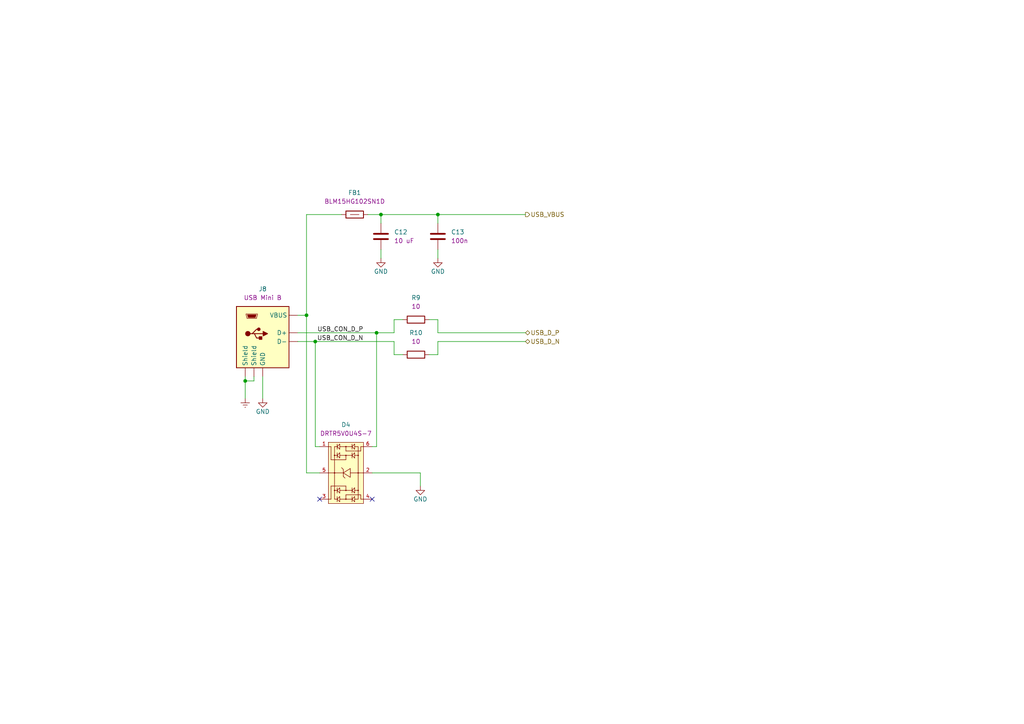
<source format=kicad_sch>
(kicad_sch (version 20211123) (generator eeschema)
  (paper "A4")
  (title_block (title "Gear Display Board") (date "2022-08-13") (rev "1.0") (company "Kallio Designs Oy") (comment 1 "Teemu Latonen") (comment 2 "000064") (comment 3 "000065"))
  (lib_symbols
    (symbol "KD_Capacitor:C_0603_100n_X7R_100V" (pin_numbers hide) (pin_names hide)
      (property "Reference" "C" (at 2.54 1.27 0))
      (property "Code" "100n" (at 2.54 -1.27 0))
      (symbol "C_0603_100n_X7R_100V_0_1"
        (polyline (pts (xy -2.032 -0.762) (xy 2.032 -0.762)) (stroke (width 0.508)))
        (polyline (pts (xy -2.032 0.762) (xy 2.032 0.762)) (stroke (width 0.508)))
      )
      (symbol "C_0603_100n_X7R_100V_1_1"
        (pin passive line (at 0 3.81 270) (length 2.794) (name "~") (number "1"))
        (pin passive line (at 0 -3.81 90) (length 2.794) (name "~") (number "2"))
      )
    )
    (symbol "KD_Capacitor:C_1206_10u_50V" (pin_numbers hide) (pin_names hide)
      (property "Reference" "C" (at 2.54 1.27 0))
      (property "Code" "10 uF" (at 2.54 -1.27 0))
      (symbol "C_1206_10u_50V_0_1"
        (polyline (pts (xy -2.032 -0.762) (xy 2.032 -0.762)) (stroke (width 0.508)))
        (polyline (pts (xy -2.032 0.762) (xy 2.032 0.762)) (stroke (width 0.508)))
      )
      (symbol "C_1206_10u_50V_1_1"
        (pin passive line (at 0 3.81 270) (length 2.794) (name "~") (number "1"))
        (pin passive line (at 0 -3.81 90) (length 2.794) (name "~") (number "2"))
      )
    )
    (symbol "KD_Connector_USB_HDMI_Etc:USB_B_V_Adam_USB-B-S-VT" (pin_numbers hide)
      (property "Reference" "J" (at -7.747 11.176 0))
      (property "Code" "USB Mini B" (at -7.874 9.017 0))
      (symbol "USB_B_V_Adam_USB-B-S-VT_0_1"
        (rectangle (start -7.62 7.62) (end 7.62 -10.16) (stroke (width 0.254)) (fill (type background)))
        (circle (center -4.318 -0.254) (radius 0.635) (stroke (width 0.254)) (fill (type outline)))
        (circle (center -1.143 1.016) (radius 0.381) (stroke (width 0.254)) (fill (type outline)))
        (rectangle (start -0.254 -1.143) (end -1.016 -1.905) (stroke (width 0.254)) (fill (type outline)))
        (polyline (pts (xy -2.413 -0.254) (xy 0.127 -0.254)) (stroke (width 0.254)))
        (polyline (pts (xy -3.683 -0.254) (xy -3.048 -0.254) (xy -1.778 1.016) (xy -1.143 1.016)) (stroke (width 0.254)))
        (polyline (pts (xy -3.048 -0.254) (xy -2.413 -0.254) (xy -1.778 -1.524) (xy -0.508 -1.524)) (stroke (width 0.254)))
        (polyline (pts (xy 0.127 0.381) (xy 0.127 -0.889) (xy 1.397 -0.254) (xy 0.127 0.381)) (stroke (width 0.254)) (fill (type outline)))
        (polyline (pts (xy -4.445 5.207) (xy -1.905 5.207) (xy -2.159 4.445) (xy -4.191 4.445) (xy -4.445 5.207)) (fill (type outline)))
        (polyline (pts (xy -4.826 5.461) (xy -4.826 5.207) (xy -4.572 4.445) (xy -4.572 4.191) (xy -1.778 4.191) (xy -1.778 4.445) (xy -1.524 5.207) (xy -1.524 5.461) (xy -4.826 5.461)))
      )
      (symbol "USB_B_V_Adam_USB-B-S-VT_1_1"
        (pin power_out line (at 10.16 5.08 180) (length 2.54) (name "VBUS") (number "1"))
        (pin bidirectional line (at 10.16 -2.54 180) (length 2.54) (name "D-") (number "2"))
        (pin bidirectional line (at 10.16 0 180) (length 2.54) (name "D+") (number "3"))
        (pin passive line (at 0 -12.7 90) (length 2.54) (name "GND") (number "4"))
        (pin passive line (at -5.08 -12.7 90) (length 2.54) (name "Shield") (number "H1"))
        (pin passive line (at -2.54 -12.7 90) (length 2.54) (name "Shield") (number "H2"))
      )
    )
    (symbol "KD_Diode:TVS_5V5_DRTR5V0U4S-7-M" (pin_names hide)
      (property "Reference" "D" (at 0 10.16 0))
      (property "Code" "DRTR5V0U4S-7" (at 0 -10.16 0))
      (symbol "TVS_5V5_DRTR5V0U4S-7-M_0_1"
        (rectangle (start -5.08 8.89) (end 5.08 -8.89) (fill (type background)))
      )
      (symbol "TVS_5V5_DRTR5V0U4S-7-M_1_0"
        (polyline (pts (xy -5.08 -7.62) (xy -4.318 -7.62)))
        (polyline (pts (xy -5.08 0) (xy -3.302 0)))
        (polyline (pts (xy -5.08 7.62) (xy -4.318 7.62)))
        (polyline (pts (xy -4.318 -7.62) (xy -4.318 -3.81)))
        (polyline (pts (xy -4.318 -3.81) (xy 0 -3.81)))
        (polyline (pts (xy -4.318 3.81) (xy 0 3.81)))
        (polyline (pts (xy -4.318 7.62) (xy -4.318 3.81)))
        (polyline (pts (xy -3.302 -7.62) (xy -2.54 -7.62)))
        (polyline (pts (xy -3.302 -5.08) (xy -3.302 -7.62)))
        (polyline (pts (xy -3.302 0) (xy -3.302 -5.08)))
        (polyline (pts (xy -3.302 0) (xy -3.302 5.08)))
        (polyline (pts (xy -3.302 0) (xy -0.762 0)))
        (polyline (pts (xy -3.302 5.08) (xy -3.302 7.62)))
        (polyline (pts (xy -3.302 7.62) (xy -2.54 7.62)))
        (polyline (pts (xy -2.54 -7.62) (xy -2.54 -8.382)))
        (polyline (pts (xy -2.54 -7.62) (xy -1.778 -8.382)))
        (polyline (pts (xy -2.54 -6.858) (xy -2.54 -7.62)))
        (polyline (pts (xy -2.54 -5.08) (xy -3.302 -5.08)))
        (polyline (pts (xy -2.54 -5.08) (xy -2.54 -5.842)))
        (polyline (pts (xy -2.54 -5.08) (xy -1.778 -5.842)))
        (polyline (pts (xy -2.54 -4.318) (xy -2.54 -5.08)))
        (polyline (pts (xy -2.54 4.318) (xy -2.54 5.08)))
        (polyline (pts (xy -2.54 5.08) (xy -3.302 5.08)))
        (polyline (pts (xy -2.54 5.08) (xy -2.54 5.842)))
        (polyline (pts (xy -2.54 5.08) (xy -1.778 5.842)))
        (polyline (pts (xy -2.54 6.858) (xy -2.54 7.62)))
        (polyline (pts (xy -2.54 7.62) (xy -2.54 8.382)))
        (polyline (pts (xy -2.54 7.62) (xy -1.778 8.382)))
        (polyline (pts (xy -1.778 -8.382) (xy -1.778 -7.62)))
        (polyline (pts (xy -1.778 -7.62) (xy -1.778 -6.858)))
        (polyline (pts (xy -1.778 -6.858) (xy -2.54 -7.62)))
        (polyline (pts (xy -1.778 -5.842) (xy -1.778 -5.08)))
        (polyline (pts (xy -1.778 -5.08) (xy -1.778 -4.318)))
        (polyline (pts (xy -1.778 -5.08) (xy 1.778 -5.08)))
        (polyline (pts (xy -1.778 -4.318) (xy -2.54 -5.08)))
        (polyline (pts (xy -1.778 4.318) (xy -2.54 5.08)))
        (polyline (pts (xy -1.778 5.08) (xy -1.778 4.318)))
        (polyline (pts (xy -1.778 5.08) (xy 1.778 5.08)))
        (polyline (pts (xy -1.778 5.842) (xy -1.778 5.08)))
        (polyline (pts (xy -1.778 6.858) (xy -2.54 7.62)))
        (polyline (pts (xy -1.778 7.62) (xy -1.778 6.858)))
        (polyline (pts (xy -1.778 8.382) (xy -1.778 7.62)))
        (polyline (pts (xy -0.762 -1.016) (xy -0.254 -1.524)))
        (polyline (pts (xy -0.762 0) (xy -0.762 -1.016)))
        (polyline (pts (xy -0.762 0) (xy -0.762 1.016)))
        (polyline (pts (xy -0.762 0) (xy 1.27 -1.27)))
        (polyline (pts (xy -0.762 1.016) (xy -1.27 1.524)))
        (polyline (pts (xy 0 -7.62) (xy 0 -6.35)))
        (polyline (pts (xy 0 -6.35) (xy 4.318 -6.35)))
        (polyline (pts (xy 0 -3.81) (xy 0 -5.08)))
        (polyline (pts (xy 0 3.81) (xy 0 5.08)))
        (polyline (pts (xy 0 6.35) (xy 4.318 6.35)))
        (polyline (pts (xy 0 7.62) (xy 0 6.35)))
        (polyline (pts (xy 1.27 -1.27) (xy 1.27 0)))
        (polyline (pts (xy 1.27 0) (xy 1.27 1.27)))
        (polyline (pts (xy 1.27 0) (xy 3.556 0)))
        (polyline (pts (xy 1.27 1.27) (xy -0.762 0)))
        (polyline (pts (xy 1.778 -7.62) (xy -1.778 -7.62)))
        (polyline (pts (xy 1.778 -7.62) (xy 1.778 -8.382)))
        (polyline (pts (xy 1.778 -7.62) (xy 2.54 -8.382)))
        (polyline (pts (xy 1.778 -6.858) (xy 1.778 -7.62)))
        (polyline (pts (xy 1.778 -5.08) (xy 1.778 -5.842)))
        (polyline (pts (xy 1.778 -5.08) (xy 2.54 -5.842)))
        (polyline (pts (xy 1.778 -4.318) (xy 1.778 -5.08)))
        (polyline (pts (xy 1.778 4.318) (xy 1.778 5.08)))
        (polyline (pts (xy 1.778 5.08) (xy 1.778 5.842)))
        (polyline (pts (xy 1.778 5.08) (xy 2.54 5.842)))
        (polyline (pts (xy 1.778 6.858) (xy 1.778 7.62)))
        (polyline (pts (xy 1.778 7.62) (xy -1.778 7.62)))
        (polyline (pts (xy 1.778 7.62) (xy 1.778 8.382)))
        (polyline (pts (xy 1.778 7.62) (xy 2.54 8.382)))
        (polyline (pts (xy 2.54 -8.382) (xy 2.54 -7.62)))
        (polyline (pts (xy 2.54 -7.62) (xy 2.54 -6.858)))
        (polyline (pts (xy 2.54 -7.62) (xy 3.556 -7.62)))
        (polyline (pts (xy 2.54 -6.858) (xy 1.778 -7.62)))
        (polyline (pts (xy 2.54 -5.842) (xy 2.54 -5.08)))
        (polyline (pts (xy 2.54 -5.08) (xy 2.54 -4.318)))
        (polyline (pts (xy 2.54 -5.08) (xy 3.556 -5.08)))
        (polyline (pts (xy 2.54 -4.318) (xy 1.778 -5.08)))
        (polyline (pts (xy 2.54 4.318) (xy 1.778 5.08)))
        (polyline (pts (xy 2.54 5.08) (xy 2.54 4.318)))
        (polyline (pts (xy 2.54 5.08) (xy 3.556 5.08)))
        (polyline (pts (xy 2.54 5.842) (xy 2.54 5.08)))
        (polyline (pts (xy 2.54 6.858) (xy 1.778 7.62)))
        (polyline (pts (xy 2.54 7.62) (xy 2.54 6.858)))
        (polyline (pts (xy 2.54 7.62) (xy 3.556 7.62)))
        (polyline (pts (xy 2.54 8.382) (xy 2.54 7.62)))
        (polyline (pts (xy 3.556 -7.62) (xy 3.556 -5.08)))
        (polyline (pts (xy 3.556 -5.08) (xy 3.556 0)))
        (polyline (pts (xy 3.556 0) (xy 5.08 0)))
        (polyline (pts (xy 3.556 5.08) (xy 3.556 0)))
        (polyline (pts (xy 3.556 7.62) (xy 3.556 5.08)))
        (polyline (pts (xy 4.318 -7.62) (xy 5.08 -7.62)))
        (polyline (pts (xy 4.318 -6.35) (xy 4.318 -7.62)))
        (polyline (pts (xy 4.318 6.35) (xy 4.318 7.62)))
        (polyline (pts (xy 4.318 7.62) (xy 5.08 7.62)))
      )
      (symbol "TVS_5V5_DRTR5V0U4S-7-M_1_1"
        (circle (center -3.302 -5.08) (radius 0.127) (fill (type outline)))
        (circle (center -3.302 0) (radius 0.127) (fill (type outline)))
        (circle (center -3.302 5.08) (radius 0.127) (fill (type outline)))
        (circle (center 0 -7.62) (radius 0.127) (fill (type outline)))
        (circle (center 0 -5.08) (radius 0.127) (fill (type outline)))
        (circle (center 0 5.08) (radius 0.127) (fill (type outline)))
        (circle (center 0 7.62) (radius 0.127) (fill (type outline)))
        (circle (center 3.556 -5.08) (radius 0.127) (fill (type outline)))
        (circle (center 3.556 0) (radius 0.127) (fill (type outline)))
        (circle (center 3.556 5.08) (radius 0.127) (fill (type outline)))
        (pin input line (at -7.62 7.62 0) (length 2.54) (name "1") (number "1"))
        (pin input line (at 7.62 0 180) (length 2.54) (name "V-") (number "2"))
        (pin input line (at -7.62 -7.62 0) (length 2.54) (name "3") (number "3"))
        (pin input line (at 7.62 -7.62 180) (length 2.54) (name "4") (number "4"))
        (pin input line (at -7.62 0 0) (length 2.54) (name "V+") (number "5"))
        (pin input line (at 7.62 7.62 180) (length 2.54) (name "6") (number "6"))
      )
    )
    (symbol "KD_Inductor:Ferrite_250mA_Murata_BLM15HG102SN1D" (pin_numbers hide) (pin_names hide)
      (property "Reference" "FB" (at 2.54 1.27 0))
      (property "Code" "BLM15HG102SN1D" (at 2.54 -1.27 0))
      (symbol "Ferrite_250mA_Murata_BLM15HG102SN1D_0_1"
        (rectangle (start -1.016 2.54) (end 1.016 -2.54) (stroke (width 0.254)))
        (polyline (pts (xy 0 1.27) (xy 0 -1.27)))
      )
      (symbol "Ferrite_250mA_Murata_BLM15HG102SN1D_1_1"
        (pin passive line (at 0 3.81 270) (length 1.27) (name "~") (number "1"))
        (pin passive line (at 0 -3.81 90) (length 1.27) (name "~") (number "2"))
      )
    )
    (symbol "KD_Resistor:R_0603_10_5%" (pin_numbers hide) (pin_names hide)
      (property "Reference" "R" (at 1.905 1.27 0))
      (property "Code" "10" (at 1.905 -1.27 0))
      (symbol "R_0603_10_5%_0_1"
        (rectangle (start -1.016 -2.54) (end 1.016 2.54) (stroke (width 0.254)))
      )
      (symbol "R_0603_10_5%_1_1"
        (pin passive line (at 0 3.81 270) (length 1.27) (name "~") (number "1"))
        (pin passive line (at 0 -3.81 90) (length 1.27) (name "~") (number "2"))
      )
    )
    (symbol "power:Earth" (power) (pin_names (offset 0))
      (symbol "Earth_0_1"
        (polyline (pts (xy -0.635 -1.905) (xy 0.635 -1.905)))
        (polyline (pts (xy -0.127 -2.54) (xy 0.127 -2.54)))
        (polyline (pts (xy 0 -1.27) (xy 0 0)))
        (polyline (pts (xy 1.27 -1.27) (xy -1.27 -1.27)))
      )
      (symbol "Earth_1_1"
        (pin power_in line (at 0 0 270) (length 0) hide (name "Earth") (number "1"))
      )
    )
    (symbol "power:GND" (power) (pin_names (offset 0))
      (property "Value" "GND" (at 0 -3.81 0))
      (symbol "GND_0_1"
        (polyline (pts (xy 0 0) (xy 0 -1.27) (xy 1.27 -1.27) (xy 0 -2.54) (xy -1.27 -1.27) (xy 0 -1.27)))
      )
      (symbol "GND_1_1"
        (pin power_in line (at 0 0 270) (length 0) hide (name "GND") (number "1"))
      )
    )
  )
  (bus_alias "USB" (members "USB_CON_D_P" "USB_CON_D_N"))
  (junction (at 91.44 99.06))
  (junction (at 110.49 62.23))
  (junction (at 109.22 96.52))
  (junction (at 71.12 110.49))
  (junction (at 127 62.23))
  (junction (at 88.9 91.44))
  (no_connect (at 92.71 144.78))
  (no_connect (at 107.95 144.78))
  (wire (pts (xy 110.49 62.23) (xy 110.49 64.77)))
  (wire (pts (xy 127 102.87) (xy 127 99.06)))
  (wire (pts (xy 88.9 62.23) (xy 88.9 91.44)))
  (wire (pts (xy 116.84 92.71) (xy 114.3 92.71)))
  (wire (pts (xy 107.95 137.16) (xy 121.92 137.16)))
  (wire (pts (xy 109.22 96.52) (xy 109.22 129.54)))
  (wire (pts (xy 110.49 72.39) (xy 110.49 74.93)))
  (wire (pts (xy 71.12 110.49) (xy 71.12 115.57)))
  (wire (pts (xy 121.92 137.16) (xy 121.92 140.97)))
  (wire (pts (xy 109.22 96.52) (xy 114.3 96.52)))
  (wire (pts (xy 110.49 62.23) (xy 127 62.23)))
  (wire (pts (xy 127 64.77) (xy 127 62.23)))
  (wire (pts (xy 92.71 137.16) (xy 88.9 137.16)))
  (wire (pts (xy 127 96.52) (xy 152.4 96.52)))
  (wire (pts (xy 76.2 109.22) (xy 76.2 115.57)))
  (wire (pts (xy 114.3 102.87) (xy 116.84 102.87)))
  (wire (pts (xy 106.68 62.23) (xy 110.49 62.23)))
  (wire (pts (xy 127 72.39) (xy 127 74.93)))
  (wire (pts (xy 88.9 137.16) (xy 88.9 91.44)))
  (wire (pts (xy 107.95 129.54) (xy 109.22 129.54)))
  (wire (pts (xy 92.71 129.54) (xy 91.44 129.54)))
  (wire (pts (xy 127 99.06) (xy 152.4 99.06)))
  (wire (pts (xy 71.12 110.49) (xy 73.66 110.49)))
  (wire (pts (xy 114.3 99.06) (xy 114.3 102.87)))
  (wire (pts (xy 124.46 102.87) (xy 127 102.87)))
  (wire (pts (xy 71.12 109.22) (xy 71.12 110.49)))
  (wire (pts (xy 99.06 62.23) (xy 88.9 62.23)))
  (wire (pts (xy 91.44 99.06) (xy 91.44 129.54)))
  (wire (pts (xy 73.66 109.22) (xy 73.66 110.49)))
  (wire (pts (xy 86.36 91.44) (xy 88.9 91.44)))
  (wire (pts (xy 127 62.23) (xy 152.4 62.23)))
  (wire (pts (xy 124.46 92.71) (xy 127 92.71)))
  (wire (pts (xy 86.36 96.52) (xy 109.22 96.52)))
  (wire (pts (xy 86.36 99.06) (xy 91.44 99.06)))
  (wire (pts (xy 127 92.71) (xy 127 96.52)))
  (wire (pts (xy 114.3 92.71) (xy 114.3 96.52)))
  (wire (pts (xy 91.44 99.06) (xy 114.3 99.06)))
  (label "USB_CON_D_N" (at 105.41 99.06 180))
  (label "USB_CON_D_P" (at 105.41 96.52 180))
  (hierarchical_label "USB_D_N" (shape bidirectional) (at 152.4 99.06 0))
  (hierarchical_label "USB_VBUS" (shape output) (at 152.4 62.23 0))
  (hierarchical_label "USB_D_P" (shape bidirectional) (at 152.4 96.52 0))
  (symbol (lib_id "power:GND") (at 110.49 74.93 0) (unit 1)
    (property "Reference" "#PWR0115" (effects hide))
    (property "Value" "GND" (at 110.49 78.74 0))
  )
  (symbol (lib_id "KD_Inductor:Ferrite_250mA_Murata_BLM15HG102SN1D") (at 102.87 62.23 90) (unit 1)
    (property "Reference" "FB1" (at 102.87 55.88 90))
    (property "Value" "Ferrite_250mA_Murata_BLM15HG102SN1D" (effects hide))
    (property "Footprint" "KD_Inductor:INDC1005X55N" (effects hide))
    (property "Datasheet" "datasheet" (effects hide))
    (property "Code" "BLM15HG102SN1D" (at 102.87 58.42 90))
    (property "Manufacturer" "Murata Electronics" (effects hide))
    (property "MFG_PartNo" "BLM15HG102SN1D" (effects hide))
    (property "Supplier" "Digi-Key" (effects hide))
    (property "Supplier_PartNo" "490-3999-1-ND" (effects hide))
    (property "DNP" "F" (effects hide))
    (property "Price" "0.10" (effects hide))
  )
  (symbol (lib_id "KD_Resistor:R_0603_10_5%") (at 120.65 102.87 90) (unit 1)
    (property "Reference" "R10" (at 120.65 96.52 90))
    (property "Value" "R_0603_10_5%" (effects hide))
    (property "Footprint" "KD_Resistor:RESC1608X55N" (effects hide))
    (property "Datasheet" "https://www.te.com/commerce/DocumentDelivery/DDEController?Action=srchrtrv&DocNm=1773204-3&DocType=DS&DocLang=English" (effects hide))
    (property "Code" "10" (at 120.65 99.06 90))
    (property "Manufacturer" "Walsin Technology Corporation" (effects hide))
    (property "MFG_PartNo" "WR06X100 JTL" (effects hide))
    (property "Supplier" "Digi-Key" (effects hide))
    (property "Supplier_PartNo" "1292-WR06X100JTLCT-ND" (effects hide))
    (property "DNP" "F" (effects hide))
    (property "Price" "0.01" (effects hide))
  )
  (symbol (lib_id "KD_Connector_USB_HDMI_Etc:USB_B_V_Adam_USB-B-S-VT") (at 76.2 96.52 0) (unit 1)
    (property "Reference" "J8" (at 76.2 83.82 0))
    (property "Value" "USB_B_V_Adam_USB-B-S-VT" (effects hide))
    (property "Footprint" "KD_Connector_USB_HDMI_Etc:USB_B_Vertical_Adam_USB-B-S-VT" (effects hide))
    (property "Datasheet" "https://app.adam-tech.com/products/download/data_sheet/195855/usb-b-s-vt-data-sheet.pdf" (effects hide))
    (property "Code" "USB Mini B" (at 76.2 86.36 0))
    (property "Manufacturer" "Adam Tech" (effects hide))
    (property "MFG_PartNo" "USB-B-S-VT" (effects hide))
    (property "Supplier" "Digi-Key" (effects hide))
    (property "Supplier_PartNo" "2057-USB-B-S-VT-ND" (effects hide))
    (property "DNP" "F" (effects hide))
    (property "Price" "1" (effects hide))
  )
  (symbol (lib_id "KD_Capacitor:C_1206_10u_50V") (at 110.49 68.58 0) (unit 1)
    (property "Reference" "C12" (at 114.3 67.3099 0) (effects (justify left)))
    (property "Value" "C_1206_10u_50V" (effects hide))
    (property "Footprint" "KD_Capacitor:C_1206_3216Metric" (effects hide))
    (property "Datasheet" "datasheet" (effects hide))
    (property "Code" "10 uF" (at 114.3 69.8499 0) (effects (justify left)))
    (property "Manufacturer" "Samsung Electro-Mechanics" (effects hide))
    (property "MFG_PartNo" "CL31B106KBHNNNE" (effects hide))
    (property "Supplier" "Digi-Key" (effects hide))
    (property "Supplier_PartNo" "1276-6767-1-ND" (effects hide))
    (property "DNP" "F" (effects hide))
    (property "Price" "0.10" (effects hide))
  )
  (symbol (lib_id "power:GND") (at 121.92 140.97 0) (unit 1)
    (property "Reference" "#PWR0114" (effects hide))
    (property "Value" "GND" (at 121.92 144.78 0))
  )
  (symbol (lib_id "KD_Capacitor:C_0603_100n_X7R_100V") (at 127 68.58 0) (unit 1)
    (property "Reference" "C13" (at 130.81 67.3099 0) (effects (justify left)))
    (property "Value" "C_0603_100n_X7R_100V" (effects hide))
    (property "Footprint" "KD_Capacitor:C_0603_1608Metric" (effects hide))
    (property "Datasheet" "https://media.digikey.com/pdf/Data%20Sheets/Samsung%20PDFs/CL10B104KC8NNNC_Spec.pdf" (effects hide))
    (property "Code" "100n" (at 130.81 69.8499 0) (effects (justify left)))
    (property "Manufacturer" "Samsung Electro-Mechanics" (effects hide))
    (property "MFG_PartNo" "CL10B104KC8NNNC" (effects hide))
    (property "Supplier" "Digi-Key" (effects hide))
    (property "Supplier_PartNo" "1276-6807-1-ND" (effects hide))
    (property "DNP" "F" (effects hide))
    (property "Price" "0.03" (effects hide))
  )
  (symbol (lib_id "power:Earth") (at 71.12 115.57 0) (unit 1)
    (property "Reference" "#PWR0112" (effects hide))
    (property "Value" "Earth" (effects hide))
  )
  (symbol (lib_id "KD_Diode:TVS_5V5_DRTR5V0U4S-7-M") (at 100.33 137.16 0) (unit 1)
    (property "Reference" "D4" (at 100.33 123.19 0))
    (property "Value" "TVS_5V5_DRTR5V0U4S-7-M" (effects hide))
    (property "Footprint" "KD_Package_TO_SOT_SMD:SOT-363_SC-70-6" (effects hide))
    (property "Datasheet" "https://www.diodes.com/assets/Datasheets/DRTR5V0U4S.pdf" (effects hide))
    (property "Code" "DRTR5V0U4S-7" (at 100.33 125.73 0))
    (property "Manufacturer" "Diodes Incorporated" (effects hide))
    (property "MFG_PartNo" "DRTR5V0U4S-7" (effects hide))
    (property "Supplier" "Digi-Key" (effects hide))
    (property "Supplier_PartNo" "DRTR5V0U4S-7DICT-ND" (effects hide))
    (property "DNP" "F" (effects hide))
    (property "Price" "0.30" (effects hide))
  )
  (symbol (lib_id "power:GND") (at 127 74.93 0) (unit 1)
    (property "Reference" "#PWR0116" (effects hide))
    (property "Value" "GND" (at 127 78.74 0))
  )
  (symbol (lib_id "KD_Resistor:R_0603_10_5%") (at 120.65 92.71 90) (unit 1)
    (property "Reference" "R9" (at 120.65 86.36 90))
    (property "Value" "R_0603_10_5%" (effects hide))
    (property "Footprint" "KD_Resistor:RESC1608X55N" (effects hide))
    (property "Datasheet" "https://www.te.com/commerce/DocumentDelivery/DDEController?Action=srchrtrv&DocNm=1773204-3&DocType=DS&DocLang=English" (effects hide))
    (property "Code" "10" (at 120.65 88.9 90))
    (property "Manufacturer" "Walsin Technology Corporation" (effects hide))
    (property "MFG_PartNo" "WR06X100 JTL" (effects hide))
    (property "Supplier" "Digi-Key" (effects hide))
    (property "Supplier_PartNo" "1292-WR06X100JTLCT-ND" (effects hide))
    (property "DNP" "F" (effects hide))
    (property "Price" "0.01" (effects hide))
  )
  (symbol (lib_id "power:GND") (at 76.2 115.57 0) (unit 1)
    (property "Reference" "#PWR0113" (effects hide))
    (property "Value" "GND" (at 76.2 119.38 0))
  )
)
</source>
